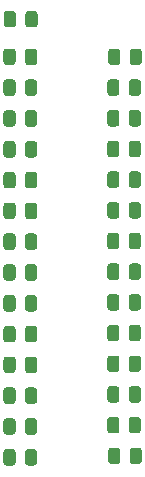
<source format=gbp>
G04 #@! TF.GenerationSoftware,KiCad,Pcbnew,(5.1.12)-1*
G04 #@! TF.CreationDate,2021-11-18T21:12:02+02:00*
G04 #@! TF.ProjectId,SmartHome,536d6172-7448-46f6-9d65-2e6b69636164,rev?*
G04 #@! TF.SameCoordinates,Original*
G04 #@! TF.FileFunction,Paste,Bot*
G04 #@! TF.FilePolarity,Positive*
%FSLAX46Y46*%
G04 Gerber Fmt 4.6, Leading zero omitted, Abs format (unit mm)*
G04 Created by KiCad (PCBNEW (5.1.12)-1) date 2021-11-18 21:12:02*
%MOMM*%
%LPD*%
G01*
G04 APERTURE LIST*
G04 APERTURE END LIST*
G36*
G01*
X150295560Y17218239D02*
X150295560Y18118241D01*
G75*
G02*
X150545559Y18368240I249999J0D01*
G01*
X151070561Y18368240D01*
G75*
G02*
X151320560Y18118241I0J-249999D01*
G01*
X151320560Y17218239D01*
G75*
G02*
X151070561Y16968240I-249999J0D01*
G01*
X150545559Y16968240D01*
G75*
G02*
X150295560Y17218239I0J249999D01*
G01*
G37*
G36*
G01*
X148470560Y17218239D02*
X148470560Y18118241D01*
G75*
G02*
X148720559Y18368240I249999J0D01*
G01*
X149245561Y18368240D01*
G75*
G02*
X149495560Y18118241I0J-249999D01*
G01*
X149495560Y17218239D01*
G75*
G02*
X149245561Y16968240I-249999J0D01*
G01*
X148720559Y16968240D01*
G75*
G02*
X148470560Y17218239I0J249999D01*
G01*
G37*
G36*
G01*
X159126500Y-19754001D02*
X159126500Y-18853999D01*
G75*
G02*
X159376499Y-18604000I249999J0D01*
G01*
X159901501Y-18604000D01*
G75*
G02*
X160151500Y-18853999I0J-249999D01*
G01*
X160151500Y-19754001D01*
G75*
G02*
X159901501Y-20004000I-249999J0D01*
G01*
X159376499Y-20004000D01*
G75*
G02*
X159126500Y-19754001I0J249999D01*
G01*
G37*
G36*
G01*
X157301500Y-19754001D02*
X157301500Y-18853999D01*
G75*
G02*
X157551499Y-18604000I249999J0D01*
G01*
X158076501Y-18604000D01*
G75*
G02*
X158326500Y-18853999I0J-249999D01*
G01*
X158326500Y-19754001D01*
G75*
G02*
X158076501Y-20004000I-249999J0D01*
G01*
X157551499Y-20004000D01*
G75*
G02*
X157301500Y-19754001I0J249999D01*
G01*
G37*
G36*
G01*
X159046500Y-17155381D02*
X159046500Y-16255379D01*
G75*
G02*
X159296499Y-16005380I249999J0D01*
G01*
X159821501Y-16005380D01*
G75*
G02*
X160071500Y-16255379I0J-249999D01*
G01*
X160071500Y-17155381D01*
G75*
G02*
X159821501Y-17405380I-249999J0D01*
G01*
X159296499Y-17405380D01*
G75*
G02*
X159046500Y-17155381I0J249999D01*
G01*
G37*
G36*
G01*
X157221500Y-17155381D02*
X157221500Y-16255379D01*
G75*
G02*
X157471499Y-16005380I249999J0D01*
G01*
X157996501Y-16005380D01*
G75*
G02*
X158246500Y-16255379I0J-249999D01*
G01*
X158246500Y-17155381D01*
G75*
G02*
X157996501Y-17405380I-249999J0D01*
G01*
X157471499Y-17405380D01*
G75*
G02*
X157221500Y-17155381I0J249999D01*
G01*
G37*
G36*
G01*
X150260000Y-19881001D02*
X150260000Y-18980999D01*
G75*
G02*
X150509999Y-18731000I249999J0D01*
G01*
X151035001Y-18731000D01*
G75*
G02*
X151285000Y-18980999I0J-249999D01*
G01*
X151285000Y-19881001D01*
G75*
G02*
X151035001Y-20131000I-249999J0D01*
G01*
X150509999Y-20131000D01*
G75*
G02*
X150260000Y-19881001I0J249999D01*
G01*
G37*
G36*
G01*
X148435000Y-19881001D02*
X148435000Y-18980999D01*
G75*
G02*
X148684999Y-18731000I249999J0D01*
G01*
X149210001Y-18731000D01*
G75*
G02*
X149460000Y-18980999I0J-249999D01*
G01*
X149460000Y-19881001D01*
G75*
G02*
X149210001Y-20131000I-249999J0D01*
G01*
X148684999Y-20131000D01*
G75*
G02*
X148435000Y-19881001I0J249999D01*
G01*
G37*
G36*
G01*
X150260000Y-17272609D02*
X150260000Y-16372607D01*
G75*
G02*
X150509999Y-16122608I249999J0D01*
G01*
X151035001Y-16122608D01*
G75*
G02*
X151285000Y-16372607I0J-249999D01*
G01*
X151285000Y-17272609D01*
G75*
G02*
X151035001Y-17522608I-249999J0D01*
G01*
X150509999Y-17522608D01*
G75*
G02*
X150260000Y-17272609I0J249999D01*
G01*
G37*
G36*
G01*
X148435000Y-17272609D02*
X148435000Y-16372607D01*
G75*
G02*
X148684999Y-16122608I249999J0D01*
G01*
X149210001Y-16122608D01*
G75*
G02*
X149460000Y-16372607I0J-249999D01*
G01*
X149460000Y-17272609D01*
G75*
G02*
X149210001Y-17522608I-249999J0D01*
G01*
X148684999Y-17522608D01*
G75*
G02*
X148435000Y-17272609I0J249999D01*
G01*
G37*
G36*
G01*
X159046500Y-11958151D02*
X159046500Y-11058149D01*
G75*
G02*
X159296499Y-10808150I249999J0D01*
G01*
X159821501Y-10808150D01*
G75*
G02*
X160071500Y-11058149I0J-249999D01*
G01*
X160071500Y-11958151D01*
G75*
G02*
X159821501Y-12208150I-249999J0D01*
G01*
X159296499Y-12208150D01*
G75*
G02*
X159046500Y-11958151I0J249999D01*
G01*
G37*
G36*
G01*
X157221500Y-11958151D02*
X157221500Y-11058149D01*
G75*
G02*
X157471499Y-10808150I249999J0D01*
G01*
X157996501Y-10808150D01*
G75*
G02*
X158246500Y-11058149I0J-249999D01*
G01*
X158246500Y-11958151D01*
G75*
G02*
X157996501Y-12208150I-249999J0D01*
G01*
X157471499Y-12208150D01*
G75*
G02*
X157221500Y-11958151I0J249999D01*
G01*
G37*
G36*
G01*
X159046500Y-9359536D02*
X159046500Y-8459534D01*
G75*
G02*
X159296499Y-8209535I249999J0D01*
G01*
X159821501Y-8209535D01*
G75*
G02*
X160071500Y-8459534I0J-249999D01*
G01*
X160071500Y-9359536D01*
G75*
G02*
X159821501Y-9609535I-249999J0D01*
G01*
X159296499Y-9609535D01*
G75*
G02*
X159046500Y-9359536I0J249999D01*
G01*
G37*
G36*
G01*
X157221500Y-9359536D02*
X157221500Y-8459534D01*
G75*
G02*
X157471499Y-8209535I249999J0D01*
G01*
X157996501Y-8209535D01*
G75*
G02*
X158246500Y-8459534I0J-249999D01*
G01*
X158246500Y-9359536D01*
G75*
G02*
X157996501Y-9609535I-249999J0D01*
G01*
X157471499Y-9609535D01*
G75*
G02*
X157221500Y-9359536I0J249999D01*
G01*
G37*
G36*
G01*
X159046500Y-14556766D02*
X159046500Y-13656764D01*
G75*
G02*
X159296499Y-13406765I249999J0D01*
G01*
X159821501Y-13406765D01*
G75*
G02*
X160071500Y-13656764I0J-249999D01*
G01*
X160071500Y-14556766D01*
G75*
G02*
X159821501Y-14806765I-249999J0D01*
G01*
X159296499Y-14806765D01*
G75*
G02*
X159046500Y-14556766I0J249999D01*
G01*
G37*
G36*
G01*
X157221500Y-14556766D02*
X157221500Y-13656764D01*
G75*
G02*
X157471499Y-13406765I249999J0D01*
G01*
X157996501Y-13406765D01*
G75*
G02*
X158246500Y-13656764I0J-249999D01*
G01*
X158246500Y-14556766D01*
G75*
G02*
X157996501Y-14806765I-249999J0D01*
G01*
X157471499Y-14806765D01*
G75*
G02*
X157221500Y-14556766I0J249999D01*
G01*
G37*
G36*
G01*
X150260000Y-12055841D02*
X150260000Y-11155839D01*
G75*
G02*
X150509999Y-10905840I249999J0D01*
G01*
X151035001Y-10905840D01*
G75*
G02*
X151285000Y-11155839I0J-249999D01*
G01*
X151285000Y-12055841D01*
G75*
G02*
X151035001Y-12305840I-249999J0D01*
G01*
X150509999Y-12305840D01*
G75*
G02*
X150260000Y-12055841I0J249999D01*
G01*
G37*
G36*
G01*
X148435000Y-12055841D02*
X148435000Y-11155839D01*
G75*
G02*
X148684999Y-10905840I249999J0D01*
G01*
X149210001Y-10905840D01*
G75*
G02*
X149460000Y-11155839I0J-249999D01*
G01*
X149460000Y-12055841D01*
G75*
G02*
X149210001Y-12305840I-249999J0D01*
G01*
X148684999Y-12305840D01*
G75*
G02*
X148435000Y-12055841I0J249999D01*
G01*
G37*
G36*
G01*
X150260000Y-9447457D02*
X150260000Y-8547455D01*
G75*
G02*
X150509999Y-8297456I249999J0D01*
G01*
X151035001Y-8297456D01*
G75*
G02*
X151285000Y-8547455I0J-249999D01*
G01*
X151285000Y-9447457D01*
G75*
G02*
X151035001Y-9697456I-249999J0D01*
G01*
X150509999Y-9697456D01*
G75*
G02*
X150260000Y-9447457I0J249999D01*
G01*
G37*
G36*
G01*
X148435000Y-9447457D02*
X148435000Y-8547455D01*
G75*
G02*
X148684999Y-8297456I249999J0D01*
G01*
X149210001Y-8297456D01*
G75*
G02*
X149460000Y-8547455I0J-249999D01*
G01*
X149460000Y-9447457D01*
G75*
G02*
X149210001Y-9697456I-249999J0D01*
G01*
X148684999Y-9697456D01*
G75*
G02*
X148435000Y-9447457I0J249999D01*
G01*
G37*
G36*
G01*
X150260000Y-14664225D02*
X150260000Y-13764223D01*
G75*
G02*
X150509999Y-13514224I249999J0D01*
G01*
X151035001Y-13514224D01*
G75*
G02*
X151285000Y-13764223I0J-249999D01*
G01*
X151285000Y-14664225D01*
G75*
G02*
X151035001Y-14914224I-249999J0D01*
G01*
X150509999Y-14914224D01*
G75*
G02*
X150260000Y-14664225I0J249999D01*
G01*
G37*
G36*
G01*
X148435000Y-14664225D02*
X148435000Y-13764223D01*
G75*
G02*
X148684999Y-13514224I249999J0D01*
G01*
X149210001Y-13514224D01*
G75*
G02*
X149460000Y-13764223I0J-249999D01*
G01*
X149460000Y-14664225D01*
G75*
G02*
X149210001Y-14914224I-249999J0D01*
G01*
X148684999Y-14914224D01*
G75*
G02*
X148435000Y-14664225I0J249999D01*
G01*
G37*
G36*
G01*
X159046500Y-4162306D02*
X159046500Y-3262304D01*
G75*
G02*
X159296499Y-3012305I249999J0D01*
G01*
X159821501Y-3012305D01*
G75*
G02*
X160071500Y-3262304I0J-249999D01*
G01*
X160071500Y-4162306D01*
G75*
G02*
X159821501Y-4412305I-249999J0D01*
G01*
X159296499Y-4412305D01*
G75*
G02*
X159046500Y-4162306I0J249999D01*
G01*
G37*
G36*
G01*
X157221500Y-4162306D02*
X157221500Y-3262304D01*
G75*
G02*
X157471499Y-3012305I249999J0D01*
G01*
X157996501Y-3012305D01*
G75*
G02*
X158246500Y-3262304I0J-249999D01*
G01*
X158246500Y-4162306D01*
G75*
G02*
X157996501Y-4412305I-249999J0D01*
G01*
X157471499Y-4412305D01*
G75*
G02*
X157221500Y-4162306I0J249999D01*
G01*
G37*
G36*
G01*
X159046500Y-1563691D02*
X159046500Y-663689D01*
G75*
G02*
X159296499Y-413690I249999J0D01*
G01*
X159821501Y-413690D01*
G75*
G02*
X160071500Y-663689I0J-249999D01*
G01*
X160071500Y-1563691D01*
G75*
G02*
X159821501Y-1813690I-249999J0D01*
G01*
X159296499Y-1813690D01*
G75*
G02*
X159046500Y-1563691I0J249999D01*
G01*
G37*
G36*
G01*
X157221500Y-1563691D02*
X157221500Y-663689D01*
G75*
G02*
X157471499Y-413690I249999J0D01*
G01*
X157996501Y-413690D01*
G75*
G02*
X158246500Y-663689I0J-249999D01*
G01*
X158246500Y-1563691D01*
G75*
G02*
X157996501Y-1813690I-249999J0D01*
G01*
X157471499Y-1813690D01*
G75*
G02*
X157221500Y-1563691I0J249999D01*
G01*
G37*
G36*
G01*
X159046500Y-6760921D02*
X159046500Y-5860919D01*
G75*
G02*
X159296499Y-5610920I249999J0D01*
G01*
X159821501Y-5610920D01*
G75*
G02*
X160071500Y-5860919I0J-249999D01*
G01*
X160071500Y-6760921D01*
G75*
G02*
X159821501Y-7010920I-249999J0D01*
G01*
X159296499Y-7010920D01*
G75*
G02*
X159046500Y-6760921I0J249999D01*
G01*
G37*
G36*
G01*
X157221500Y-6760921D02*
X157221500Y-5860919D01*
G75*
G02*
X157471499Y-5610920I249999J0D01*
G01*
X157996501Y-5610920D01*
G75*
G02*
X158246500Y-5860919I0J-249999D01*
G01*
X158246500Y-6760921D01*
G75*
G02*
X157996501Y-7010920I-249999J0D01*
G01*
X157471499Y-7010920D01*
G75*
G02*
X157221500Y-6760921I0J249999D01*
G01*
G37*
G36*
G01*
X150260000Y-4230689D02*
X150260000Y-3330687D01*
G75*
G02*
X150509999Y-3080688I249999J0D01*
G01*
X151035001Y-3080688D01*
G75*
G02*
X151285000Y-3330687I0J-249999D01*
G01*
X151285000Y-4230689D01*
G75*
G02*
X151035001Y-4480688I-249999J0D01*
G01*
X150509999Y-4480688D01*
G75*
G02*
X150260000Y-4230689I0J249999D01*
G01*
G37*
G36*
G01*
X148435000Y-4230689D02*
X148435000Y-3330687D01*
G75*
G02*
X148684999Y-3080688I249999J0D01*
G01*
X149210001Y-3080688D01*
G75*
G02*
X149460000Y-3330687I0J-249999D01*
G01*
X149460000Y-4230689D01*
G75*
G02*
X149210001Y-4480688I-249999J0D01*
G01*
X148684999Y-4480688D01*
G75*
G02*
X148435000Y-4230689I0J249999D01*
G01*
G37*
G36*
G01*
X150260000Y-1622305D02*
X150260000Y-722303D01*
G75*
G02*
X150509999Y-472304I249999J0D01*
G01*
X151035001Y-472304D01*
G75*
G02*
X151285000Y-722303I0J-249999D01*
G01*
X151285000Y-1622305D01*
G75*
G02*
X151035001Y-1872304I-249999J0D01*
G01*
X150509999Y-1872304D01*
G75*
G02*
X150260000Y-1622305I0J249999D01*
G01*
G37*
G36*
G01*
X148435000Y-1622305D02*
X148435000Y-722303D01*
G75*
G02*
X148684999Y-472304I249999J0D01*
G01*
X149210001Y-472304D01*
G75*
G02*
X149460000Y-722303I0J-249999D01*
G01*
X149460000Y-1622305D01*
G75*
G02*
X149210001Y-1872304I-249999J0D01*
G01*
X148684999Y-1872304D01*
G75*
G02*
X148435000Y-1622305I0J249999D01*
G01*
G37*
G36*
G01*
X150260000Y-6839073D02*
X150260000Y-5939071D01*
G75*
G02*
X150509999Y-5689072I249999J0D01*
G01*
X151035001Y-5689072D01*
G75*
G02*
X151285000Y-5939071I0J-249999D01*
G01*
X151285000Y-6839073D01*
G75*
G02*
X151035001Y-7089072I-249999J0D01*
G01*
X150509999Y-7089072D01*
G75*
G02*
X150260000Y-6839073I0J249999D01*
G01*
G37*
G36*
G01*
X148435000Y-6839073D02*
X148435000Y-5939071D01*
G75*
G02*
X148684999Y-5689072I249999J0D01*
G01*
X149210001Y-5689072D01*
G75*
G02*
X149460000Y-5939071I0J-249999D01*
G01*
X149460000Y-6839073D01*
G75*
G02*
X149210001Y-7089072I-249999J0D01*
G01*
X148684999Y-7089072D01*
G75*
G02*
X148435000Y-6839073I0J249999D01*
G01*
G37*
G36*
G01*
X159046500Y3633539D02*
X159046500Y4533541D01*
G75*
G02*
X159296499Y4783540I249999J0D01*
G01*
X159821501Y4783540D01*
G75*
G02*
X160071500Y4533541I0J-249999D01*
G01*
X160071500Y3633539D01*
G75*
G02*
X159821501Y3383540I-249999J0D01*
G01*
X159296499Y3383540D01*
G75*
G02*
X159046500Y3633539I0J249999D01*
G01*
G37*
G36*
G01*
X157221500Y3633539D02*
X157221500Y4533541D01*
G75*
G02*
X157471499Y4783540I249999J0D01*
G01*
X157996501Y4783540D01*
G75*
G02*
X158246500Y4533541I0J-249999D01*
G01*
X158246500Y3633539D01*
G75*
G02*
X157996501Y3383540I-249999J0D01*
G01*
X157471499Y3383540D01*
G75*
G02*
X157221500Y3633539I0J249999D01*
G01*
G37*
G36*
G01*
X159046500Y6232154D02*
X159046500Y7132156D01*
G75*
G02*
X159296499Y7382155I249999J0D01*
G01*
X159821501Y7382155D01*
G75*
G02*
X160071500Y7132156I0J-249999D01*
G01*
X160071500Y6232154D01*
G75*
G02*
X159821501Y5982155I-249999J0D01*
G01*
X159296499Y5982155D01*
G75*
G02*
X159046500Y6232154I0J249999D01*
G01*
G37*
G36*
G01*
X157221500Y6232154D02*
X157221500Y7132156D01*
G75*
G02*
X157471499Y7382155I249999J0D01*
G01*
X157996501Y7382155D01*
G75*
G02*
X158246500Y7132156I0J-249999D01*
G01*
X158246500Y6232154D01*
G75*
G02*
X157996501Y5982155I-249999J0D01*
G01*
X157471499Y5982155D01*
G75*
G02*
X157221500Y6232154I0J249999D01*
G01*
G37*
G36*
G01*
X159046500Y1034924D02*
X159046500Y1934926D01*
G75*
G02*
X159296499Y2184925I249999J0D01*
G01*
X159821501Y2184925D01*
G75*
G02*
X160071500Y1934926I0J-249999D01*
G01*
X160071500Y1034924D01*
G75*
G02*
X159821501Y784925I-249999J0D01*
G01*
X159296499Y784925D01*
G75*
G02*
X159046500Y1034924I0J249999D01*
G01*
G37*
G36*
G01*
X157221500Y1034924D02*
X157221500Y1934926D01*
G75*
G02*
X157471499Y2184925I249999J0D01*
G01*
X157996501Y2184925D01*
G75*
G02*
X158246500Y1934926I0J-249999D01*
G01*
X158246500Y1034924D01*
G75*
G02*
X157996501Y784925I-249999J0D01*
G01*
X157471499Y784925D01*
G75*
G02*
X157221500Y1034924I0J249999D01*
G01*
G37*
G36*
G01*
X150260000Y3594463D02*
X150260000Y4494465D01*
G75*
G02*
X150509999Y4744464I249999J0D01*
G01*
X151035001Y4744464D01*
G75*
G02*
X151285000Y4494465I0J-249999D01*
G01*
X151285000Y3594463D01*
G75*
G02*
X151035001Y3344464I-249999J0D01*
G01*
X150509999Y3344464D01*
G75*
G02*
X150260000Y3594463I0J249999D01*
G01*
G37*
G36*
G01*
X148435000Y3594463D02*
X148435000Y4494465D01*
G75*
G02*
X148684999Y4744464I249999J0D01*
G01*
X149210001Y4744464D01*
G75*
G02*
X149460000Y4494465I0J-249999D01*
G01*
X149460000Y3594463D01*
G75*
G02*
X149210001Y3344464I-249999J0D01*
G01*
X148684999Y3344464D01*
G75*
G02*
X148435000Y3594463I0J249999D01*
G01*
G37*
G36*
G01*
X150260000Y6202847D02*
X150260000Y7102849D01*
G75*
G02*
X150509999Y7352848I249999J0D01*
G01*
X151035001Y7352848D01*
G75*
G02*
X151285000Y7102849I0J-249999D01*
G01*
X151285000Y6202847D01*
G75*
G02*
X151035001Y5952848I-249999J0D01*
G01*
X150509999Y5952848D01*
G75*
G02*
X150260000Y6202847I0J249999D01*
G01*
G37*
G36*
G01*
X148435000Y6202847D02*
X148435000Y7102849D01*
G75*
G02*
X148684999Y7352848I249999J0D01*
G01*
X149210001Y7352848D01*
G75*
G02*
X149460000Y7102849I0J-249999D01*
G01*
X149460000Y6202847D01*
G75*
G02*
X149210001Y5952848I-249999J0D01*
G01*
X148684999Y5952848D01*
G75*
G02*
X148435000Y6202847I0J249999D01*
G01*
G37*
G36*
G01*
X150260000Y986079D02*
X150260000Y1886081D01*
G75*
G02*
X150509999Y2136080I249999J0D01*
G01*
X151035001Y2136080D01*
G75*
G02*
X151285000Y1886081I0J-249999D01*
G01*
X151285000Y986079D01*
G75*
G02*
X151035001Y736080I-249999J0D01*
G01*
X150509999Y736080D01*
G75*
G02*
X150260000Y986079I0J249999D01*
G01*
G37*
G36*
G01*
X148435000Y986079D02*
X148435000Y1886081D01*
G75*
G02*
X148684999Y2136080I249999J0D01*
G01*
X149210001Y2136080D01*
G75*
G02*
X149460000Y1886081I0J-249999D01*
G01*
X149460000Y986079D01*
G75*
G02*
X149210001Y736080I-249999J0D01*
G01*
X148684999Y736080D01*
G75*
G02*
X148435000Y986079I0J249999D01*
G01*
G37*
G36*
G01*
X159046500Y11429384D02*
X159046500Y12329386D01*
G75*
G02*
X159296499Y12579385I249999J0D01*
G01*
X159821501Y12579385D01*
G75*
G02*
X160071500Y12329386I0J-249999D01*
G01*
X160071500Y11429384D01*
G75*
G02*
X159821501Y11179385I-249999J0D01*
G01*
X159296499Y11179385D01*
G75*
G02*
X159046500Y11429384I0J249999D01*
G01*
G37*
G36*
G01*
X157221500Y11429384D02*
X157221500Y12329386D01*
G75*
G02*
X157471499Y12579385I249999J0D01*
G01*
X157996501Y12579385D01*
G75*
G02*
X158246500Y12329386I0J-249999D01*
G01*
X158246500Y11429384D01*
G75*
G02*
X157996501Y11179385I-249999J0D01*
G01*
X157471499Y11179385D01*
G75*
G02*
X157221500Y11429384I0J249999D01*
G01*
G37*
G36*
G01*
X159126500Y14027999D02*
X159126500Y14928001D01*
G75*
G02*
X159376499Y15178000I249999J0D01*
G01*
X159901501Y15178000D01*
G75*
G02*
X160151500Y14928001I0J-249999D01*
G01*
X160151500Y14027999D01*
G75*
G02*
X159901501Y13778000I-249999J0D01*
G01*
X159376499Y13778000D01*
G75*
G02*
X159126500Y14027999I0J249999D01*
G01*
G37*
G36*
G01*
X157301500Y14027999D02*
X157301500Y14928001D01*
G75*
G02*
X157551499Y15178000I249999J0D01*
G01*
X158076501Y15178000D01*
G75*
G02*
X158326500Y14928001I0J-249999D01*
G01*
X158326500Y14027999D01*
G75*
G02*
X158076501Y13778000I-249999J0D01*
G01*
X157551499Y13778000D01*
G75*
G02*
X157301500Y14027999I0J249999D01*
G01*
G37*
G36*
G01*
X159046500Y8830769D02*
X159046500Y9730771D01*
G75*
G02*
X159296499Y9980770I249999J0D01*
G01*
X159821501Y9980770D01*
G75*
G02*
X160071500Y9730771I0J-249999D01*
G01*
X160071500Y8830769D01*
G75*
G02*
X159821501Y8580770I-249999J0D01*
G01*
X159296499Y8580770D01*
G75*
G02*
X159046500Y8830769I0J249999D01*
G01*
G37*
G36*
G01*
X157221500Y8830769D02*
X157221500Y9730771D01*
G75*
G02*
X157471499Y9980770I249999J0D01*
G01*
X157996501Y9980770D01*
G75*
G02*
X158246500Y9730771I0J-249999D01*
G01*
X158246500Y8830769D01*
G75*
G02*
X157996501Y8580770I-249999J0D01*
G01*
X157471499Y8580770D01*
G75*
G02*
X157221500Y8830769I0J249999D01*
G01*
G37*
G36*
G01*
X150260000Y11419615D02*
X150260000Y12319617D01*
G75*
G02*
X150509999Y12569616I249999J0D01*
G01*
X151035001Y12569616D01*
G75*
G02*
X151285000Y12319617I0J-249999D01*
G01*
X151285000Y11419615D01*
G75*
G02*
X151035001Y11169616I-249999J0D01*
G01*
X150509999Y11169616D01*
G75*
G02*
X150260000Y11419615I0J249999D01*
G01*
G37*
G36*
G01*
X148435000Y11419615D02*
X148435000Y12319617D01*
G75*
G02*
X148684999Y12569616I249999J0D01*
G01*
X149210001Y12569616D01*
G75*
G02*
X149460000Y12319617I0J-249999D01*
G01*
X149460000Y11419615D01*
G75*
G02*
X149210001Y11169616I-249999J0D01*
G01*
X148684999Y11169616D01*
G75*
G02*
X148435000Y11419615I0J249999D01*
G01*
G37*
G36*
G01*
X150260000Y14027999D02*
X150260000Y14928001D01*
G75*
G02*
X150509999Y15178000I249999J0D01*
G01*
X151035001Y15178000D01*
G75*
G02*
X151285000Y14928001I0J-249999D01*
G01*
X151285000Y14027999D01*
G75*
G02*
X151035001Y13778000I-249999J0D01*
G01*
X150509999Y13778000D01*
G75*
G02*
X150260000Y14027999I0J249999D01*
G01*
G37*
G36*
G01*
X148435000Y14027999D02*
X148435000Y14928001D01*
G75*
G02*
X148684999Y15178000I249999J0D01*
G01*
X149210001Y15178000D01*
G75*
G02*
X149460000Y14928001I0J-249999D01*
G01*
X149460000Y14027999D01*
G75*
G02*
X149210001Y13778000I-249999J0D01*
G01*
X148684999Y13778000D01*
G75*
G02*
X148435000Y14027999I0J249999D01*
G01*
G37*
G36*
G01*
X150260000Y8811231D02*
X150260000Y9711233D01*
G75*
G02*
X150509999Y9961232I249999J0D01*
G01*
X151035001Y9961232D01*
G75*
G02*
X151285000Y9711233I0J-249999D01*
G01*
X151285000Y8811231D01*
G75*
G02*
X151035001Y8561232I-249999J0D01*
G01*
X150509999Y8561232D01*
G75*
G02*
X150260000Y8811231I0J249999D01*
G01*
G37*
G36*
G01*
X148435000Y8811231D02*
X148435000Y9711233D01*
G75*
G02*
X148684999Y9961232I249999J0D01*
G01*
X149210001Y9961232D01*
G75*
G02*
X149460000Y9711233I0J-249999D01*
G01*
X149460000Y8811231D01*
G75*
G02*
X149210001Y8561232I-249999J0D01*
G01*
X148684999Y8561232D01*
G75*
G02*
X148435000Y8811231I0J249999D01*
G01*
G37*
M02*

</source>
